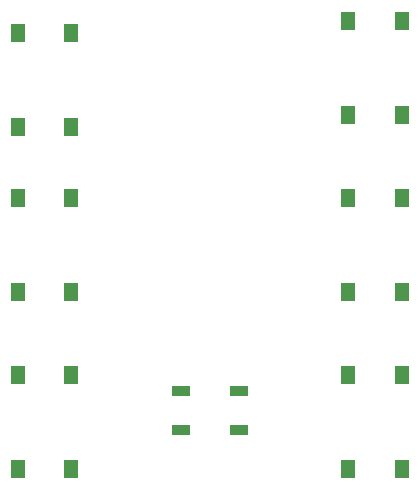
<source format=gbp>
G04*
G04 #@! TF.GenerationSoftware,Altium Limited,Altium Designer,22.7.1 (60)*
G04*
G04 Layer_Color=128*
%FSLAX44Y44*%
%MOMM*%
G71*
G04*
G04 #@! TF.SameCoordinates,4EDC8D64-7802-4C18-8A36-DA98FD6AFE69*
G04*
G04*
G04 #@! TF.FilePolarity,Positive*
G04*
G01*
G75*
%ADD115R,1.3000X1.5500*%
%ADD116R,1.5000X0.9000*%
D115*
X-117500Y-39750D02*
D03*
Y39750D02*
D03*
X-162500Y-39750D02*
D03*
Y39750D02*
D03*
X117500Y189750D02*
D03*
Y110250D02*
D03*
X162500Y189750D02*
D03*
Y110250D02*
D03*
X117500Y-110250D02*
D03*
Y-189750D02*
D03*
X162500Y-110250D02*
D03*
Y-189750D02*
D03*
X-162500Y179750D02*
D03*
Y100250D02*
D03*
X-117500Y179750D02*
D03*
Y100250D02*
D03*
X162500Y-39750D02*
D03*
Y39750D02*
D03*
X117500Y-39750D02*
D03*
Y39750D02*
D03*
X-162500Y-110250D02*
D03*
Y-189750D02*
D03*
X-117500Y-110250D02*
D03*
Y-189750D02*
D03*
D116*
X-24500Y-156500D02*
D03*
Y-123500D02*
D03*
X24500Y-156500D02*
D03*
Y-123500D02*
D03*
M02*

</source>
